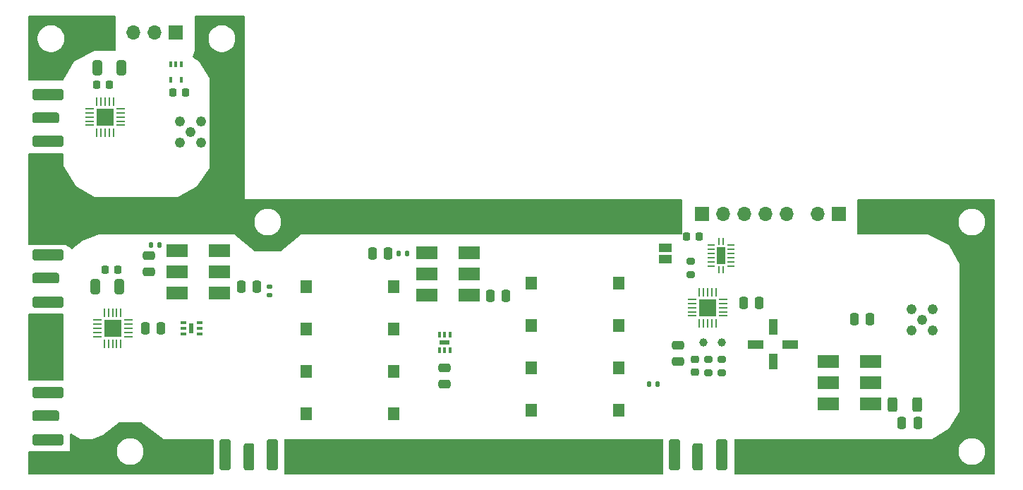
<source format=gbr>
%TF.GenerationSoftware,KiCad,Pcbnew,8.0.5*%
%TF.CreationDate,2024-12-20T11:35:35-05:00*%
%TF.ProjectId,mc3_afe,6d63335f-6166-4652-9e6b-696361645f70,rev?*%
%TF.SameCoordinates,Original*%
%TF.FileFunction,Soldermask,Top*%
%TF.FilePolarity,Negative*%
%FSLAX46Y46*%
G04 Gerber Fmt 4.6, Leading zero omitted, Abs format (unit mm)*
G04 Created by KiCad (PCBNEW 8.0.5) date 2024-12-20 11:35:35*
%MOMM*%
%LPD*%
G01*
G04 APERTURE LIST*
G04 Aperture macros list*
%AMRoundRect*
0 Rectangle with rounded corners*
0 $1 Rounding radius*
0 $2 $3 $4 $5 $6 $7 $8 $9 X,Y pos of 4 corners*
0 Add a 4 corners polygon primitive as box body*
4,1,4,$2,$3,$4,$5,$6,$7,$8,$9,$2,$3,0*
0 Add four circle primitives for the rounded corners*
1,1,$1+$1,$2,$3*
1,1,$1+$1,$4,$5*
1,1,$1+$1,$6,$7*
1,1,$1+$1,$8,$9*
0 Add four rect primitives between the rounded corners*
20,1,$1+$1,$2,$3,$4,$5,0*
20,1,$1+$1,$4,$5,$6,$7,0*
20,1,$1+$1,$6,$7,$8,$9,0*
20,1,$1+$1,$8,$9,$2,$3,0*%
G04 Aperture macros list end*
%ADD10C,1.240000*%
%ADD11R,1.500000X1.000000*%
%ADD12RoundRect,0.200000X-0.275000X0.200000X-0.275000X-0.200000X0.275000X-0.200000X0.275000X0.200000X0*%
%ADD13R,2.540000X1.650000*%
%ADD14RoundRect,0.250000X-0.385000X-1.350000X0.385000X-1.350000X0.385000X1.350000X-0.385000X1.350000X0*%
%ADD15RoundRect,0.250000X-0.425000X-1.600000X0.425000X-1.600000X0.425000X1.600000X-0.425000X1.600000X0*%
%ADD16RoundRect,0.250000X0.312500X0.625000X-0.312500X0.625000X-0.312500X-0.625000X0.312500X-0.625000X0*%
%ADD17RoundRect,0.250000X0.475000X-0.250000X0.475000X0.250000X-0.475000X0.250000X-0.475000X-0.250000X0*%
%ADD18RoundRect,0.100000X-0.100000X0.225000X-0.100000X-0.225000X0.100000X-0.225000X0.100000X0.225000X0*%
%ADD19R,1.020000X1.830000*%
%ADD20R,1.830000X1.020000*%
%ADD21RoundRect,0.250000X-1.350000X0.385000X-1.350000X-0.385000X1.350000X-0.385000X1.350000X0.385000X0*%
%ADD22RoundRect,0.250000X-1.600000X0.425000X-1.600000X-0.425000X1.600000X-0.425000X1.600000X0.425000X0*%
%ADD23RoundRect,0.135000X-0.135000X-0.185000X0.135000X-0.185000X0.135000X0.185000X-0.135000X0.185000X0*%
%ADD24C,1.000000*%
%ADD25R,0.800000X0.300000*%
%ADD26R,0.600000X1.200000*%
%ADD27RoundRect,0.062500X-0.450000X-0.062500X0.450000X-0.062500X0.450000X0.062500X-0.450000X0.062500X0*%
%ADD28RoundRect,0.062500X-0.062500X-0.450000X0.062500X-0.450000X0.062500X0.450000X-0.062500X0.450000X0*%
%ADD29R,2.100000X2.100000*%
%ADD30RoundRect,0.250000X-0.250000X-0.475000X0.250000X-0.475000X0.250000X0.475000X-0.250000X0.475000X0*%
%ADD31RoundRect,0.225000X-0.225000X-0.250000X0.225000X-0.250000X0.225000X0.250000X-0.225000X0.250000X0*%
%ADD32RoundRect,0.250000X-0.325000X-0.650000X0.325000X-0.650000X0.325000X0.650000X-0.325000X0.650000X0*%
%ADD33RoundRect,0.062500X0.062500X0.350000X-0.062500X0.350000X-0.062500X-0.350000X0.062500X-0.350000X0*%
%ADD34RoundRect,0.062500X0.350000X0.062500X-0.350000X0.062500X-0.350000X-0.062500X0.350000X-0.062500X0*%
%ADD35R,1.000000X2.000000*%
%ADD36RoundRect,0.225000X0.250000X-0.225000X0.250000X0.225000X-0.250000X0.225000X-0.250000X-0.225000X0*%
%ADD37R,0.300000X0.800000*%
%ADD38R,1.200000X0.600000*%
%ADD39RoundRect,0.225000X0.225000X0.250000X-0.225000X0.250000X-0.225000X-0.250000X0.225000X-0.250000X0*%
%ADD40R,1.397000X1.524000*%
%ADD41RoundRect,0.250000X0.325000X0.650000X-0.325000X0.650000X-0.325000X-0.650000X0.325000X-0.650000X0*%
%ADD42RoundRect,0.135000X-0.185000X0.135000X-0.185000X-0.135000X0.185000X-0.135000X0.185000X0.135000X0*%
%ADD43R,1.700000X1.700000*%
%ADD44O,1.700000X1.700000*%
%ADD45RoundRect,0.135000X0.135000X0.185000X-0.135000X0.185000X-0.135000X-0.185000X0.135000X-0.185000X0*%
G04 APERTURE END LIST*
D10*
%TO.C,J5*%
X173300000Y-94430000D03*
X172030000Y-93160000D03*
X172030000Y-95700000D03*
X174570000Y-93160000D03*
X174570000Y-95700000D03*
%TD*%
D11*
%TO.C,JP3*%
X142500000Y-87150000D03*
X142500000Y-85850000D03*
%TD*%
D12*
%TO.C,R10*%
X149200000Y-99175000D03*
X149200000Y-100825000D03*
%TD*%
%TO.C,R8*%
X145500000Y-87425000D03*
X145500000Y-89075000D03*
%TD*%
D13*
%TO.C,L1*%
X162060000Y-99460000D03*
X162060000Y-102000000D03*
X162060000Y-104540000D03*
X167140000Y-104540000D03*
X167140000Y-102000000D03*
X167140000Y-99460000D03*
%TD*%
D14*
%TO.C,J7*%
X146400000Y-110900000D03*
D15*
X149225000Y-110650000D03*
X143575000Y-110650000D03*
%TD*%
D16*
%TO.C,R3*%
X172662500Y-104600000D03*
X169737500Y-104600000D03*
%TD*%
D17*
%TO.C,C4*%
X80500000Y-88700000D03*
X80500000Y-86800000D03*
%TD*%
D18*
%TO.C,U12*%
X84400000Y-63800000D03*
X83750000Y-63800000D03*
X83100000Y-63800000D03*
X83100000Y-65700000D03*
X84400000Y-65700000D03*
%TD*%
D19*
%TO.C,U8*%
X155400000Y-95330000D03*
D20*
X153330000Y-97400000D03*
D19*
X155400000Y-99470000D03*
D20*
X157470000Y-97400000D03*
%TD*%
D21*
%TO.C,J3*%
X68162500Y-106000000D03*
D22*
X68412500Y-108825000D03*
X68412500Y-103175000D03*
%TD*%
D23*
%TO.C,R2*%
X110490000Y-86500000D03*
X111510000Y-86500000D03*
%TD*%
D24*
%TO.C,TP2*%
X149200000Y-97200000D03*
%TD*%
D25*
%TO.C,U1*%
X84650000Y-94850000D03*
X84650000Y-95500000D03*
X84650000Y-96150000D03*
X86550000Y-96150000D03*
X86550000Y-95500000D03*
X86550000Y-94850000D03*
D26*
X85600000Y-95500000D03*
%TD*%
D13*
%TO.C,L2*%
X118940000Y-91540000D03*
X118940000Y-89000000D03*
X118940000Y-86460000D03*
X113860000Y-86460000D03*
X113860000Y-89000000D03*
X113860000Y-91540000D03*
%TD*%
D27*
%TO.C,U4*%
X145675000Y-92000000D03*
X145675000Y-92500000D03*
X145675000Y-93000000D03*
X145675000Y-93500000D03*
X145675000Y-94000000D03*
D28*
X146537500Y-94862500D03*
X147037500Y-94862500D03*
X147537500Y-94862500D03*
X148037500Y-94862500D03*
X148537500Y-94862500D03*
D27*
X149400000Y-94000000D03*
X149400000Y-93500000D03*
X149400000Y-93000000D03*
X149400000Y-92500000D03*
X149400000Y-92000000D03*
D28*
X148537500Y-91137500D03*
X148037500Y-91137500D03*
X147537500Y-91137500D03*
X147037500Y-91137500D03*
X146537500Y-91137500D03*
D29*
X147537500Y-93000000D03*
%TD*%
D30*
%TO.C,C7*%
X107300000Y-86500000D03*
X109200000Y-86500000D03*
%TD*%
D17*
%TO.C,C2*%
X116000000Y-102150000D03*
X116000000Y-100250000D03*
%TD*%
%TO.C,C21*%
X144000000Y-99450000D03*
X144000000Y-97550000D03*
%TD*%
D30*
%TO.C,C9*%
X151850000Y-92400000D03*
X153750000Y-92400000D03*
%TD*%
%TO.C,C8*%
X121450000Y-91600000D03*
X123350000Y-91600000D03*
%TD*%
%TO.C,C3*%
X91550000Y-90500000D03*
X93450000Y-90500000D03*
%TD*%
%TO.C,C11*%
X170850000Y-106800000D03*
X172750000Y-106800000D03*
%TD*%
D31*
%TO.C,C25*%
X83335000Y-67200000D03*
X84885000Y-67200000D03*
%TD*%
D32*
%TO.C,C23*%
X74025000Y-90500000D03*
X76975000Y-90500000D03*
%TD*%
D10*
%TO.C,J2*%
X85480000Y-71980000D03*
X84210000Y-70710000D03*
X84210000Y-73250000D03*
X86750000Y-70710000D03*
X86750000Y-73250000D03*
%TD*%
D30*
%TO.C,C1*%
X80050000Y-95500000D03*
X81950000Y-95500000D03*
%TD*%
D12*
%TO.C,R9*%
X147600000Y-99200000D03*
X147600000Y-100850000D03*
%TD*%
D33*
%TO.C,U11*%
X149437500Y-88437500D03*
D34*
X150375000Y-88000000D03*
X150375000Y-87500000D03*
X150375000Y-87000000D03*
X150375000Y-86500000D03*
X150375000Y-86000000D03*
X150375000Y-85500000D03*
D33*
X149437500Y-85062500D03*
X148937500Y-85062500D03*
D34*
X148000000Y-85500000D03*
X148000000Y-86000000D03*
X148000000Y-86500000D03*
X148000000Y-87000000D03*
X148000000Y-87500000D03*
X148000000Y-88000000D03*
D33*
X148937500Y-88437500D03*
D35*
X149187500Y-86750000D03*
%TD*%
D36*
%TO.C,C5*%
X146000000Y-100775000D03*
X146000000Y-99225000D03*
%TD*%
D21*
%TO.C,J1*%
X68162500Y-70250000D03*
D22*
X68412500Y-73075000D03*
X68412500Y-67425000D03*
%TD*%
D30*
%TO.C,C12*%
X165150000Y-94400000D03*
X167050000Y-94400000D03*
%TD*%
D37*
%TO.C,U6*%
X115350000Y-98150000D03*
X116000000Y-98150000D03*
X116650000Y-98150000D03*
X116650000Y-96250000D03*
X116000000Y-96250000D03*
X115350000Y-96250000D03*
D38*
X116000000Y-97200000D03*
%TD*%
D39*
%TO.C,C10*%
X75775000Y-66250000D03*
X74225000Y-66250000D03*
%TD*%
D40*
%TO.C,U7*%
X126364500Y-90060000D03*
X136905500Y-90060000D03*
X126364500Y-95140000D03*
X136905500Y-95140000D03*
X126364500Y-100220000D03*
X136905500Y-100220000D03*
X126364500Y-105300000D03*
X136905500Y-105300000D03*
%TD*%
D14*
%TO.C,J6*%
X92500000Y-110900000D03*
D15*
X95325000Y-110650000D03*
X89675000Y-110650000D03*
%TD*%
D41*
%TO.C,C26*%
X77225000Y-64250000D03*
X74275000Y-64250000D03*
%TD*%
D27*
%TO.C,U5*%
X74275000Y-94500000D03*
X74275000Y-95000000D03*
X74275000Y-95500000D03*
X74275000Y-96000000D03*
X74275000Y-96500000D03*
D28*
X75137500Y-97362500D03*
X75637500Y-97362500D03*
X76137500Y-97362500D03*
X76637500Y-97362500D03*
X77137500Y-97362500D03*
D27*
X78000000Y-96500000D03*
X78000000Y-96000000D03*
X78000000Y-95500000D03*
X78000000Y-95000000D03*
X78000000Y-94500000D03*
D28*
X77137500Y-93637500D03*
X76637500Y-93637500D03*
X76137500Y-93637500D03*
X75637500Y-93637500D03*
X75137500Y-93637500D03*
D29*
X76137500Y-95500000D03*
%TD*%
D42*
%TO.C,R4*%
X95000000Y-90490000D03*
X95000000Y-91510000D03*
%TD*%
D40*
%TO.C,U2*%
X99364500Y-90500000D03*
X109905500Y-90500000D03*
X99364500Y-95580000D03*
X109905500Y-95580000D03*
X99364500Y-100660000D03*
X109905500Y-100660000D03*
X99364500Y-105740000D03*
X109905500Y-105740000D03*
%TD*%
D43*
%TO.C,J9*%
X146840000Y-81750000D03*
D44*
X149380000Y-81750000D03*
X151920000Y-81750000D03*
X154460000Y-81750000D03*
X157000000Y-81750000D03*
%TD*%
D31*
%TO.C,C6*%
X75225000Y-88500000D03*
X76775000Y-88500000D03*
%TD*%
D27*
%TO.C,U3*%
X73387500Y-69137500D03*
X73387500Y-69637500D03*
X73387500Y-70137500D03*
X73387500Y-70637500D03*
X73387500Y-71137500D03*
D28*
X74250000Y-72000000D03*
X74750000Y-72000000D03*
X75250000Y-72000000D03*
X75750000Y-72000000D03*
X76250000Y-72000000D03*
D27*
X77112500Y-71137500D03*
X77112500Y-70637500D03*
X77112500Y-70137500D03*
X77112500Y-69637500D03*
X77112500Y-69137500D03*
D28*
X76250000Y-68275000D03*
X75750000Y-68275000D03*
X75250000Y-68275000D03*
X74750000Y-68275000D03*
X74250000Y-68275000D03*
D29*
X75250000Y-70137500D03*
%TD*%
D43*
%TO.C,J10*%
X163290000Y-81750000D03*
D44*
X160750000Y-81750000D03*
%TD*%
D13*
%TO.C,L3*%
X89000000Y-91290000D03*
X89000000Y-88750000D03*
X89000000Y-86210000D03*
X83920000Y-86210000D03*
X83920000Y-88750000D03*
X83920000Y-91290000D03*
%TD*%
D23*
%TO.C,R1*%
X80740000Y-85500000D03*
X81760000Y-85500000D03*
%TD*%
D45*
%TO.C,R5*%
X141510000Y-102200000D03*
X140490000Y-102200000D03*
%TD*%
D43*
%TO.C,J8*%
X83750000Y-60000000D03*
D44*
X81210000Y-60000000D03*
X78670000Y-60000000D03*
%TD*%
D24*
%TO.C,TP1*%
X147000000Y-97200000D03*
%TD*%
D21*
%TO.C,J4*%
X68162500Y-89500000D03*
D22*
X68412500Y-92325000D03*
X68412500Y-86675000D03*
%TD*%
D31*
%TO.C,C24*%
X145000000Y-84500000D03*
X146550000Y-84500000D03*
%TD*%
G36*
X142193039Y-108769685D02*
G01*
X142238794Y-108822489D01*
X142250000Y-108874000D01*
X142250000Y-112876000D01*
X142230315Y-112943039D01*
X142177511Y-112988794D01*
X142126000Y-113000000D01*
X96874000Y-113000000D01*
X96806961Y-112980315D01*
X96761206Y-112927511D01*
X96750000Y-112876000D01*
X96750000Y-108874000D01*
X96769685Y-108806961D01*
X96822489Y-108761206D01*
X96874000Y-108750000D01*
X142126000Y-108750000D01*
X142193039Y-108769685D01*
G37*
G36*
X70193039Y-93769685D02*
G01*
X70238794Y-93822489D01*
X70250000Y-93874000D01*
X70250000Y-101626000D01*
X70230315Y-101693039D01*
X70177511Y-101738794D01*
X70126000Y-101750000D01*
X66124000Y-101750000D01*
X66056961Y-101730315D01*
X66011206Y-101677511D01*
X66000000Y-101626000D01*
X66000000Y-93874000D01*
X66019685Y-93806961D01*
X66072489Y-93761206D01*
X66124000Y-93750000D01*
X70126000Y-93750000D01*
X70193039Y-93769685D01*
G37*
G36*
X91943039Y-58019685D02*
G01*
X91988794Y-58072489D01*
X92000000Y-58124000D01*
X92000000Y-80000000D01*
X144376000Y-80000000D01*
X144443039Y-80019685D01*
X144488794Y-80072489D01*
X144500000Y-80124000D01*
X144500000Y-84126000D01*
X144480315Y-84193039D01*
X144427511Y-84238794D01*
X144376000Y-84250000D01*
X98750000Y-84250000D01*
X96283965Y-86222828D01*
X96219319Y-86249336D01*
X96206503Y-86250000D01*
X93293497Y-86250000D01*
X93226458Y-86230315D01*
X93216035Y-86222828D01*
X90750000Y-84250000D01*
X74500000Y-84250000D01*
X72499999Y-85000000D01*
X71320801Y-85943358D01*
X71256155Y-85969866D01*
X71187440Y-85957216D01*
X71174556Y-85949704D01*
X70500000Y-85500000D01*
X66124000Y-85500000D01*
X66056961Y-85480315D01*
X66011206Y-85427511D01*
X66000000Y-85376000D01*
X66000000Y-82624265D01*
X93152466Y-82624265D01*
X93152466Y-82875734D01*
X93191801Y-83124090D01*
X93269508Y-83363244D01*
X93383668Y-83587293D01*
X93531463Y-83790717D01*
X93531467Y-83790722D01*
X93709277Y-83968532D01*
X93709282Y-83968536D01*
X93912706Y-84116331D01*
X94136755Y-84230491D01*
X94375909Y-84308198D01*
X94624266Y-84347534D01*
X94875734Y-84347534D01*
X95124090Y-84308198D01*
X95363244Y-84230491D01*
X95587293Y-84116331D01*
X95790717Y-83968536D01*
X95790722Y-83968532D01*
X95968532Y-83790722D01*
X95968536Y-83790717D01*
X96116331Y-83587293D01*
X96230491Y-83363244D01*
X96308197Y-83124090D01*
X96347534Y-82875725D01*
X96350000Y-82750000D01*
X96347534Y-82624274D01*
X96308197Y-82375909D01*
X96230491Y-82136755D01*
X96116331Y-81912706D01*
X95968536Y-81709282D01*
X95968532Y-81709277D01*
X95790722Y-81531467D01*
X95790717Y-81531463D01*
X95587293Y-81383668D01*
X95363244Y-81269508D01*
X95124090Y-81191801D01*
X94875734Y-81152466D01*
X94624266Y-81152466D01*
X94375909Y-81191801D01*
X94136755Y-81269508D01*
X93912706Y-81383668D01*
X93709282Y-81531463D01*
X93709277Y-81531467D01*
X93531467Y-81709277D01*
X93531463Y-81709282D01*
X93383668Y-81912706D01*
X93269508Y-82136755D01*
X93191801Y-82375909D01*
X93152466Y-82624265D01*
X66000000Y-82624265D01*
X66000000Y-74624000D01*
X66019685Y-74556961D01*
X66072489Y-74511206D01*
X66124000Y-74500000D01*
X70126000Y-74500000D01*
X70193039Y-74519685D01*
X70238794Y-74572489D01*
X70250000Y-74624000D01*
X70250000Y-76000000D01*
X71749999Y-78499998D01*
X71750000Y-78500000D01*
X73999999Y-79750000D01*
X83999999Y-79750000D01*
X86250001Y-78499998D01*
X87750000Y-76250000D01*
X87750000Y-65500000D01*
X86499999Y-63499999D01*
X85828804Y-63052536D01*
X85783943Y-62998971D01*
X85775163Y-62929655D01*
X85779950Y-62910150D01*
X86000000Y-62250000D01*
X86000000Y-60624265D01*
X87652466Y-60624265D01*
X87652466Y-60875734D01*
X87691801Y-61124090D01*
X87769508Y-61363244D01*
X87883668Y-61587293D01*
X88031463Y-61790717D01*
X88031467Y-61790722D01*
X88209277Y-61968532D01*
X88209282Y-61968536D01*
X88412706Y-62116331D01*
X88636755Y-62230491D01*
X88875909Y-62308198D01*
X89124266Y-62347534D01*
X89375734Y-62347534D01*
X89624090Y-62308198D01*
X89863244Y-62230491D01*
X90087293Y-62116331D01*
X90290717Y-61968536D01*
X90290722Y-61968532D01*
X90468532Y-61790722D01*
X90468536Y-61790717D01*
X90616331Y-61587293D01*
X90730491Y-61363244D01*
X90808197Y-61124090D01*
X90847534Y-60875725D01*
X90850000Y-60750000D01*
X90847534Y-60624274D01*
X90808197Y-60375909D01*
X90730491Y-60136755D01*
X90616331Y-59912706D01*
X90468536Y-59709282D01*
X90468532Y-59709277D01*
X90290722Y-59531467D01*
X90290717Y-59531463D01*
X90087293Y-59383668D01*
X89863244Y-59269508D01*
X89624090Y-59191801D01*
X89375734Y-59152466D01*
X89124266Y-59152466D01*
X88875909Y-59191801D01*
X88636755Y-59269508D01*
X88412706Y-59383668D01*
X88209282Y-59531463D01*
X88209277Y-59531467D01*
X88031467Y-59709277D01*
X88031463Y-59709282D01*
X87883668Y-59912706D01*
X87769508Y-60136755D01*
X87691801Y-60375909D01*
X87652466Y-60624265D01*
X86000000Y-60624265D01*
X86000000Y-58124000D01*
X86019685Y-58056961D01*
X86072489Y-58011206D01*
X86124000Y-58000000D01*
X91876000Y-58000000D01*
X91943039Y-58019685D01*
G37*
G36*
X181943039Y-80019685D02*
G01*
X181988794Y-80072489D01*
X182000000Y-80124000D01*
X182000000Y-112876000D01*
X181980315Y-112943039D01*
X181927511Y-112988794D01*
X181876000Y-113000000D01*
X150874000Y-113000000D01*
X150806961Y-112980315D01*
X150761206Y-112927511D01*
X150750000Y-112876000D01*
X150750000Y-110124265D01*
X177652466Y-110124265D01*
X177652466Y-110375734D01*
X177691801Y-110624090D01*
X177769508Y-110863244D01*
X177883668Y-111087293D01*
X178031463Y-111290717D01*
X178031467Y-111290722D01*
X178209277Y-111468532D01*
X178209282Y-111468536D01*
X178412706Y-111616331D01*
X178636755Y-111730491D01*
X178875909Y-111808198D01*
X179124266Y-111847534D01*
X179375734Y-111847534D01*
X179624090Y-111808198D01*
X179863244Y-111730491D01*
X180087293Y-111616331D01*
X180290717Y-111468536D01*
X180290722Y-111468532D01*
X180468532Y-111290722D01*
X180468536Y-111290717D01*
X180616331Y-111087293D01*
X180730491Y-110863244D01*
X180808197Y-110624090D01*
X180847534Y-110375725D01*
X180850000Y-110250000D01*
X180847534Y-110124274D01*
X180808197Y-109875909D01*
X180730491Y-109636755D01*
X180616331Y-109412706D01*
X180468536Y-109209282D01*
X180468532Y-109209277D01*
X180290722Y-109031467D01*
X180290717Y-109031463D01*
X180087293Y-108883668D01*
X179863244Y-108769508D01*
X179624090Y-108691801D01*
X179375734Y-108652466D01*
X179124266Y-108652466D01*
X178875909Y-108691801D01*
X178636755Y-108769508D01*
X178412706Y-108883668D01*
X178209282Y-109031463D01*
X178209277Y-109031467D01*
X178031467Y-109209277D01*
X178031463Y-109209282D01*
X177883668Y-109412706D01*
X177769508Y-109636755D01*
X177691801Y-109875909D01*
X177652466Y-110124265D01*
X150750000Y-110124265D01*
X150750000Y-108874000D01*
X150769685Y-108806961D01*
X150822489Y-108761206D01*
X150874000Y-108750000D01*
X174499999Y-108750000D01*
X176499999Y-107499999D01*
X177750000Y-105499999D01*
X177750000Y-87749999D01*
X176499999Y-85500000D01*
X176500000Y-85500000D01*
X174000000Y-84250000D01*
X165624000Y-84250000D01*
X165556961Y-84230315D01*
X165511206Y-84177511D01*
X165500000Y-84126000D01*
X165500000Y-82624265D01*
X177652466Y-82624265D01*
X177652466Y-82875734D01*
X177691801Y-83124090D01*
X177769508Y-83363244D01*
X177883668Y-83587293D01*
X178031463Y-83790717D01*
X178031467Y-83790722D01*
X178209277Y-83968532D01*
X178209282Y-83968536D01*
X178412706Y-84116331D01*
X178636755Y-84230491D01*
X178875909Y-84308198D01*
X179124266Y-84347534D01*
X179375734Y-84347534D01*
X179624090Y-84308198D01*
X179863244Y-84230491D01*
X180087293Y-84116331D01*
X180290717Y-83968536D01*
X180290722Y-83968532D01*
X180468532Y-83790722D01*
X180468536Y-83790717D01*
X180616331Y-83587293D01*
X180730491Y-83363244D01*
X180808197Y-83124090D01*
X180847534Y-82875725D01*
X180850000Y-82750000D01*
X180847534Y-82624274D01*
X180808197Y-82375909D01*
X180730491Y-82136755D01*
X180616331Y-81912706D01*
X180468536Y-81709282D01*
X180468532Y-81709277D01*
X180290722Y-81531467D01*
X180290717Y-81531463D01*
X180087293Y-81383668D01*
X179863244Y-81269508D01*
X179624090Y-81191801D01*
X179375734Y-81152466D01*
X179124266Y-81152466D01*
X178875909Y-81191801D01*
X178636755Y-81269508D01*
X178412706Y-81383668D01*
X178209282Y-81531463D01*
X178209277Y-81531467D01*
X178031467Y-81709277D01*
X178031463Y-81709282D01*
X177883668Y-81912706D01*
X177769508Y-82136755D01*
X177691801Y-82375909D01*
X177652466Y-82624265D01*
X165500000Y-82624265D01*
X165500000Y-80124000D01*
X165519685Y-80056961D01*
X165572489Y-80011206D01*
X165624000Y-80000000D01*
X181876000Y-80000000D01*
X181943039Y-80019685D01*
G37*
G36*
X79526717Y-106769685D02*
G01*
X79532611Y-106773717D01*
X82249999Y-108750000D01*
X88126000Y-108750000D01*
X88193039Y-108769685D01*
X88238794Y-108822489D01*
X88250000Y-108874000D01*
X88250000Y-112876000D01*
X88230315Y-112943039D01*
X88177511Y-112988794D01*
X88126000Y-113000000D01*
X66124000Y-113000000D01*
X66056961Y-112980315D01*
X66011206Y-112927511D01*
X66000000Y-112876000D01*
X66000000Y-110374000D01*
X66019685Y-110306961D01*
X66072489Y-110261206D01*
X66124000Y-110250000D01*
X71000000Y-110250000D01*
X71000000Y-110124265D01*
X76652466Y-110124265D01*
X76652466Y-110375734D01*
X76691801Y-110624090D01*
X76769508Y-110863244D01*
X76883668Y-111087293D01*
X77031463Y-111290717D01*
X77031467Y-111290722D01*
X77209277Y-111468532D01*
X77209282Y-111468536D01*
X77412706Y-111616331D01*
X77636755Y-111730491D01*
X77875909Y-111808198D01*
X78124266Y-111847534D01*
X78375734Y-111847534D01*
X78624090Y-111808198D01*
X78863244Y-111730491D01*
X79087293Y-111616331D01*
X79290717Y-111468536D01*
X79290722Y-111468532D01*
X79468532Y-111290722D01*
X79468536Y-111290717D01*
X79616331Y-111087293D01*
X79730491Y-110863244D01*
X79808197Y-110624090D01*
X79847534Y-110375725D01*
X79850000Y-110250000D01*
X79847534Y-110124274D01*
X79808197Y-109875909D01*
X79730491Y-109636755D01*
X79616331Y-109412706D01*
X79468536Y-109209282D01*
X79468532Y-109209277D01*
X79290722Y-109031467D01*
X79290717Y-109031463D01*
X79087293Y-108883668D01*
X78863244Y-108769508D01*
X78624090Y-108691801D01*
X78375734Y-108652466D01*
X78124266Y-108652466D01*
X77875909Y-108691801D01*
X77636755Y-108769508D01*
X77412706Y-108883668D01*
X77209282Y-109031463D01*
X77209277Y-109031467D01*
X77031467Y-109209277D01*
X77031463Y-109209282D01*
X76883668Y-109412706D01*
X76769508Y-109636755D01*
X76691801Y-109875909D01*
X76652466Y-110124265D01*
X71000000Y-110124265D01*
X71000000Y-108219007D01*
X71019685Y-108151968D01*
X71072489Y-108106213D01*
X71141647Y-108096269D01*
X71187798Y-108112678D01*
X72250001Y-108750000D01*
X73750000Y-108750000D01*
X74999995Y-108250002D01*
X75000001Y-108249998D01*
X76966933Y-106774800D01*
X77032375Y-106750324D01*
X77041333Y-106750000D01*
X79459678Y-106750000D01*
X79526717Y-106769685D01*
G37*
G36*
X76443039Y-58019685D02*
G01*
X76488794Y-58072489D01*
X76500000Y-58124000D01*
X76500000Y-62126000D01*
X76480315Y-62193039D01*
X76427511Y-62238794D01*
X76376000Y-62250000D01*
X73999999Y-62250000D01*
X71499999Y-63499999D01*
X70500000Y-65249999D01*
X70499996Y-65250006D01*
X70284273Y-65681454D01*
X70236686Y-65732613D01*
X70173364Y-65750000D01*
X66124000Y-65750000D01*
X66056961Y-65730315D01*
X66011206Y-65677511D01*
X66000000Y-65626000D01*
X66000000Y-60624265D01*
X67152466Y-60624265D01*
X67152466Y-60875734D01*
X67191801Y-61124090D01*
X67269508Y-61363244D01*
X67383668Y-61587293D01*
X67531463Y-61790717D01*
X67531467Y-61790722D01*
X67709277Y-61968532D01*
X67709282Y-61968536D01*
X67912706Y-62116331D01*
X68136755Y-62230491D01*
X68375909Y-62308198D01*
X68624266Y-62347534D01*
X68875734Y-62347534D01*
X69124090Y-62308198D01*
X69363244Y-62230491D01*
X69587293Y-62116331D01*
X69790717Y-61968536D01*
X69790722Y-61968532D01*
X69968532Y-61790722D01*
X69968536Y-61790717D01*
X70116331Y-61587293D01*
X70230491Y-61363244D01*
X70308197Y-61124090D01*
X70347534Y-60875725D01*
X70350000Y-60750000D01*
X70347534Y-60624274D01*
X70308197Y-60375909D01*
X70230491Y-60136755D01*
X70116331Y-59912706D01*
X69968536Y-59709282D01*
X69968532Y-59709277D01*
X69790722Y-59531467D01*
X69790717Y-59531463D01*
X69587293Y-59383668D01*
X69363244Y-59269508D01*
X69124090Y-59191801D01*
X68875734Y-59152466D01*
X68624266Y-59152466D01*
X68375909Y-59191801D01*
X68136755Y-59269508D01*
X67912706Y-59383668D01*
X67709282Y-59531463D01*
X67709277Y-59531467D01*
X67531467Y-59709277D01*
X67531463Y-59709282D01*
X67383668Y-59912706D01*
X67269508Y-60136755D01*
X67191801Y-60375909D01*
X67152466Y-60624265D01*
X66000000Y-60624265D01*
X66000000Y-58124000D01*
X66019685Y-58056961D01*
X66072489Y-58011206D01*
X66124000Y-58000000D01*
X76376000Y-58000000D01*
X76443039Y-58019685D01*
G37*
M02*

</source>
